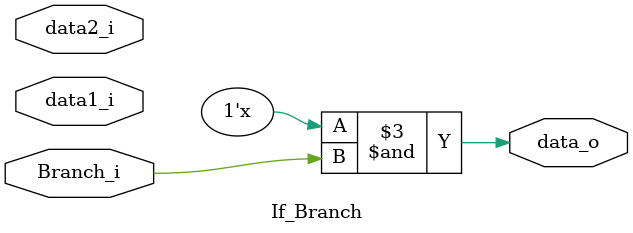
<source format=v>
module If_Branch
(
    data1_i,
    data2_i,
    Branch_i,
    data_o
);

input   signed  [31:0]  data1_i;
input   signed  [31:0]  data2_i;
input                   Branch_i;
output                  data_o;

reg                     data_o;
wire                    compare;

always @(*) begin
    if (data1_i == data2_i)
        compare <= 1'b1;
    else
        compare <= 1'b0;

    data_o <= compare & Branch_i;
end

endmodule

</source>
